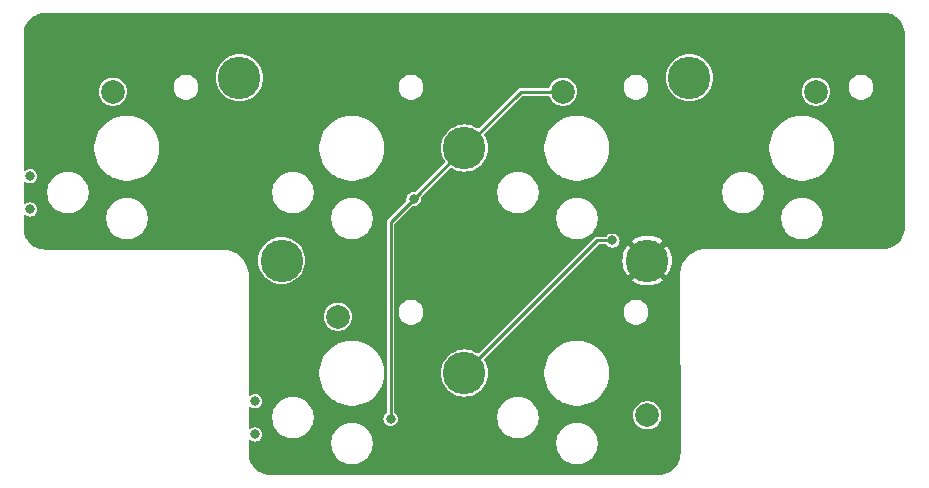
<source format=gtl>
G04 #@! TF.GenerationSoftware,KiCad,Pcbnew,8.0.5*
G04 #@! TF.CreationDate,2024-09-18T06:53:56+09:00*
G04 #@! TF.ProjectId,SandyLP_Top,53616e64-794c-4505-9f54-6f702e6b6963,v.0*
G04 #@! TF.SameCoordinates,Original*
G04 #@! TF.FileFunction,Copper,L1,Top*
G04 #@! TF.FilePolarity,Positive*
%FSLAX46Y46*%
G04 Gerber Fmt 4.6, Leading zero omitted, Abs format (unit mm)*
G04 Created by KiCad (PCBNEW 8.0.5) date 2024-09-18 06:53:56*
%MOMM*%
%LPD*%
G01*
G04 APERTURE LIST*
G04 #@! TA.AperFunction,ComponentPad*
%ADD10C,0.800000*%
G04 #@! TD*
G04 #@! TA.AperFunction,ComponentPad*
%ADD11C,3.600000*%
G04 #@! TD*
G04 #@! TA.AperFunction,ComponentPad*
%ADD12C,2.000000*%
G04 #@! TD*
G04 #@! TA.AperFunction,ViaPad*
%ADD13C,0.800000*%
G04 #@! TD*
G04 #@! TA.AperFunction,Conductor*
%ADD14C,0.250000*%
G04 #@! TD*
G04 APERTURE END LIST*
D10*
X140255310Y-67503405D03*
X140255310Y-70303405D03*
D11*
X142502185Y-55578405D03*
X177030310Y-40100280D03*
D10*
X121205310Y-48453405D03*
X121205310Y-51253405D03*
D11*
X157980310Y-65103405D03*
X157980310Y-46053405D03*
X138930310Y-40100280D03*
X173458435Y-55578405D03*
D12*
X128214685Y-41290905D03*
X187745935Y-41290905D03*
X166314685Y-41290905D03*
X173458435Y-68675280D03*
X147264685Y-60340905D03*
D13*
X138930326Y-46053413D03*
X156880310Y-48928405D03*
X157980342Y-72842498D03*
X194294435Y-53792482D03*
X157980342Y-55578421D03*
X140716265Y-66294055D03*
X121666249Y-53792482D03*
X157980342Y-35337779D03*
X138930326Y-35337779D03*
X138930326Y-53792482D03*
X121666249Y-35337779D03*
X177030358Y-46053413D03*
X175244419Y-72842498D03*
X160880310Y-63728405D03*
X194294435Y-35337779D03*
X177030358Y-35337779D03*
X140716265Y-72842498D03*
X121666249Y-47244039D03*
X177030358Y-53792482D03*
X153680310Y-50353405D03*
X151730315Y-68972150D03*
X170505310Y-53878405D03*
D14*
X157980310Y-46053405D02*
X153680310Y-50353405D01*
X151730315Y-68972150D02*
X151730315Y-54278405D01*
X153680310Y-50353405D02*
X151730315Y-52303400D01*
X162742810Y-41290905D02*
X166314685Y-41290905D01*
X157980310Y-46053405D02*
X162742810Y-41290905D01*
X151730315Y-52303400D02*
X151730315Y-54278405D01*
X169205310Y-53878405D02*
X170505310Y-53878405D01*
X157980310Y-65103405D02*
X169205310Y-53878405D01*
G04 #@! TA.AperFunction,Conductor*
G36*
X193446043Y-34597787D02*
G01*
X193677745Y-34612974D01*
X193690574Y-34614663D01*
X193915137Y-34659332D01*
X193927641Y-34662683D01*
X193952620Y-34671162D01*
X194144445Y-34736278D01*
X194156397Y-34741228D01*
X194329936Y-34826809D01*
X194361739Y-34842493D01*
X194372953Y-34848967D01*
X194563318Y-34976164D01*
X194573592Y-34984047D01*
X194745732Y-35135008D01*
X194754884Y-35144160D01*
X194905852Y-35316306D01*
X194913721Y-35326561D01*
X194917702Y-35332518D01*
X195040924Y-35516932D01*
X195047396Y-35528142D01*
X195148665Y-35733489D01*
X195153618Y-35745446D01*
X195227212Y-35962244D01*
X195230564Y-35974752D01*
X195275233Y-36199307D01*
X195276923Y-36212145D01*
X195292098Y-36443613D01*
X195292310Y-36450090D01*
X195292310Y-52729327D01*
X195292098Y-52735806D01*
X195276903Y-52967502D01*
X195275212Y-52980340D01*
X195230540Y-53204879D01*
X195227188Y-53217388D01*
X195153588Y-53434183D01*
X195148633Y-53446145D01*
X195047372Y-53651472D01*
X195040896Y-53662688D01*
X194913693Y-53853049D01*
X194905810Y-53863321D01*
X194754858Y-54035444D01*
X194745701Y-54044601D01*
X194573570Y-54195550D01*
X194563297Y-54203433D01*
X194372935Y-54330626D01*
X194361720Y-54337101D01*
X194156381Y-54438360D01*
X194144418Y-54443315D01*
X193927632Y-54516904D01*
X193915123Y-54520256D01*
X193690573Y-54564921D01*
X193677734Y-54566611D01*
X193474143Y-54579956D01*
X193444989Y-54581867D01*
X193438519Y-54582079D01*
X193398015Y-54582079D01*
X193397753Y-54582108D01*
X178446426Y-54592051D01*
X178446299Y-54592009D01*
X178275230Y-54592009D01*
X178275229Y-54592009D01*
X178275226Y-54592009D01*
X178275221Y-54592009D01*
X178275214Y-54592010D01*
X178016964Y-54623367D01*
X178016953Y-54623369D01*
X177897285Y-54652865D01*
X177764346Y-54685632D01*
X177547183Y-54767992D01*
X177521084Y-54777890D01*
X177290721Y-54898795D01*
X177076604Y-55046594D01*
X176881872Y-55219116D01*
X176709350Y-55413860D01*
X176709347Y-55413864D01*
X176561560Y-55627981D01*
X176440659Y-55858351D01*
X176417601Y-55919157D01*
X176348409Y-56101617D01*
X176348408Y-56101620D01*
X176348408Y-56101621D01*
X176286156Y-56354221D01*
X176286155Y-56354225D01*
X176254805Y-56612499D01*
X176254805Y-56612508D01*
X176254807Y-56703202D01*
X176254745Y-56703851D01*
X176254810Y-56742572D01*
X176254810Y-56742729D01*
X176254812Y-56787539D01*
X176254884Y-56788171D01*
X176279713Y-71870849D01*
X176279501Y-71877484D01*
X176264327Y-72109084D01*
X176262637Y-72121924D01*
X176217974Y-72346478D01*
X176214622Y-72358988D01*
X176141033Y-72575780D01*
X176136078Y-72587744D01*
X176034816Y-72793085D01*
X176028341Y-72804300D01*
X175901147Y-72994661D01*
X175893263Y-73004936D01*
X175742302Y-73177072D01*
X175733144Y-73186229D01*
X175561013Y-73337180D01*
X175550739Y-73345063D01*
X175360376Y-73472256D01*
X175349161Y-73478731D01*
X175143823Y-73579987D01*
X175131858Y-73584943D01*
X174915054Y-73658532D01*
X174902545Y-73661883D01*
X174677999Y-73706540D01*
X174665159Y-73708230D01*
X174432999Y-73723438D01*
X174426528Y-73723650D01*
X174385844Y-73723650D01*
X174385808Y-73723653D01*
X141558553Y-73725757D01*
X141552073Y-73725545D01*
X141320378Y-73710360D01*
X141307539Y-73708670D01*
X141082991Y-73664006D01*
X141070481Y-73660654D01*
X140853683Y-73587060D01*
X140841719Y-73582104D01*
X140837426Y-73579987D01*
X140636379Y-73480841D01*
X140625174Y-73474372D01*
X140434809Y-73347172D01*
X140424537Y-73339291D01*
X140252400Y-73188329D01*
X140243248Y-73179177D01*
X140092278Y-73007025D01*
X140084415Y-72996776D01*
X139957215Y-72806403D01*
X139950743Y-72795194D01*
X139949703Y-72793085D01*
X139849480Y-72589846D01*
X139844529Y-72577894D01*
X139770936Y-72361083D01*
X139767586Y-72348576D01*
X139740037Y-72210066D01*
X139722923Y-72124022D01*
X139721236Y-72111202D01*
X139706022Y-71879008D01*
X139705810Y-71872535D01*
X139705810Y-70938670D01*
X146704810Y-70938670D01*
X146704810Y-71168139D01*
X146734762Y-71395643D01*
X146794151Y-71617290D01*
X146881963Y-71829288D01*
X146984181Y-72006336D01*
X146996699Y-72028017D01*
X147136391Y-72210066D01*
X147298649Y-72372324D01*
X147480698Y-72512016D01*
X147679422Y-72626749D01*
X147679423Y-72626749D01*
X147679426Y-72626751D01*
X147775477Y-72666536D01*
X147891423Y-72714563D01*
X148113072Y-72773953D01*
X148340576Y-72803905D01*
X148340577Y-72803905D01*
X148570043Y-72803905D01*
X148570044Y-72803905D01*
X148797548Y-72773953D01*
X149019197Y-72714563D01*
X149231198Y-72626749D01*
X149429922Y-72512016D01*
X149611971Y-72372324D01*
X149774229Y-72210066D01*
X149913921Y-72028017D01*
X150028654Y-71829293D01*
X150116468Y-71617292D01*
X150175858Y-71395643D01*
X150205810Y-71168139D01*
X150205810Y-70938671D01*
X150205810Y-70938670D01*
X165754810Y-70938670D01*
X165754810Y-71168139D01*
X165784762Y-71395643D01*
X165844151Y-71617290D01*
X165931963Y-71829288D01*
X166034181Y-72006336D01*
X166046699Y-72028017D01*
X166186391Y-72210066D01*
X166348649Y-72372324D01*
X166530698Y-72512016D01*
X166729422Y-72626749D01*
X166729423Y-72626749D01*
X166729426Y-72626751D01*
X166825477Y-72666536D01*
X166941423Y-72714563D01*
X167163072Y-72773953D01*
X167390576Y-72803905D01*
X167390577Y-72803905D01*
X167620043Y-72803905D01*
X167620044Y-72803905D01*
X167847548Y-72773953D01*
X168069197Y-72714563D01*
X168281198Y-72626749D01*
X168479922Y-72512016D01*
X168661971Y-72372324D01*
X168824229Y-72210066D01*
X168963921Y-72028017D01*
X169078654Y-71829293D01*
X169166468Y-71617292D01*
X169225858Y-71395643D01*
X169255810Y-71168139D01*
X169255810Y-70938671D01*
X169225858Y-70711167D01*
X169166468Y-70489518D01*
X169078654Y-70277517D01*
X168963921Y-70078793D01*
X168824229Y-69896744D01*
X168661971Y-69734486D01*
X168479922Y-69594794D01*
X168479923Y-69594794D01*
X168479921Y-69594793D01*
X168281193Y-69480058D01*
X168069195Y-69392246D01*
X167847548Y-69332857D01*
X167620044Y-69302905D01*
X167390576Y-69302905D01*
X167390575Y-69302905D01*
X167163071Y-69332857D01*
X166941424Y-69392246D01*
X166729426Y-69480058D01*
X166530698Y-69594793D01*
X166348652Y-69734483D01*
X166186388Y-69896747D01*
X166046698Y-70078793D01*
X165931963Y-70277521D01*
X165844151Y-70489519D01*
X165784762Y-70711166D01*
X165754810Y-70938670D01*
X150205810Y-70938670D01*
X150175858Y-70711167D01*
X150116468Y-70489518D01*
X150028654Y-70277517D01*
X149913921Y-70078793D01*
X149774229Y-69896744D01*
X149611971Y-69734486D01*
X149429922Y-69594794D01*
X149429923Y-69594794D01*
X149429921Y-69594793D01*
X149231193Y-69480058D01*
X149019195Y-69392246D01*
X148797548Y-69332857D01*
X148570044Y-69302905D01*
X148340576Y-69302905D01*
X148340575Y-69302905D01*
X148113071Y-69332857D01*
X147891424Y-69392246D01*
X147679426Y-69480058D01*
X147480698Y-69594793D01*
X147298652Y-69734483D01*
X147136388Y-69896747D01*
X146996698Y-70078793D01*
X146881963Y-70277521D01*
X146794151Y-70489519D01*
X146734762Y-70711166D01*
X146704810Y-70938670D01*
X139705810Y-70938670D01*
X139705810Y-70839425D01*
X139724717Y-70781234D01*
X139774217Y-70745270D01*
X139835403Y-70745270D01*
X139865077Y-70760883D01*
X139952469Y-70827941D01*
X139952470Y-70827941D01*
X139952471Y-70827942D01*
X140098543Y-70888447D01*
X140098548Y-70888449D01*
X140216119Y-70903927D01*
X140255309Y-70909087D01*
X140255310Y-70909087D01*
X140255311Y-70909087D01*
X140286662Y-70904959D01*
X140412072Y-70888449D01*
X140558151Y-70827941D01*
X140683592Y-70731687D01*
X140779846Y-70606246D01*
X140840354Y-70460167D01*
X140860992Y-70303405D01*
X140840354Y-70146643D01*
X140779847Y-70000566D01*
X140779847Y-70000565D01*
X140683596Y-69875128D01*
X140683595Y-69875127D01*
X140683592Y-69875123D01*
X140683587Y-69875119D01*
X140683586Y-69875118D01*
X140558148Y-69778867D01*
X140412076Y-69718362D01*
X140412068Y-69718360D01*
X140255311Y-69697723D01*
X140255309Y-69697723D01*
X140098551Y-69718360D01*
X140098543Y-69718362D01*
X139952473Y-69778866D01*
X139865077Y-69845927D01*
X139807401Y-69866350D01*
X139748735Y-69848972D01*
X139711488Y-69800430D01*
X139705810Y-69767384D01*
X139705810Y-68738670D01*
X141704810Y-68738670D01*
X141704810Y-68968139D01*
X141734762Y-69195643D01*
X141794151Y-69417290D01*
X141881963Y-69629288D01*
X141980771Y-69800430D01*
X141996699Y-69828017D01*
X142136391Y-70010066D01*
X142298649Y-70172324D01*
X142480698Y-70312016D01*
X142679422Y-70426749D01*
X142679423Y-70426749D01*
X142679426Y-70426751D01*
X142775477Y-70466536D01*
X142891423Y-70514563D01*
X143113072Y-70573953D01*
X143340576Y-70603905D01*
X143340577Y-70603905D01*
X143570043Y-70603905D01*
X143570044Y-70603905D01*
X143797548Y-70573953D01*
X144019197Y-70514563D01*
X144231198Y-70426749D01*
X144429922Y-70312016D01*
X144611971Y-70172324D01*
X144774229Y-70010066D01*
X144913921Y-69828017D01*
X145028654Y-69629293D01*
X145116468Y-69417292D01*
X145175858Y-69195643D01*
X145205282Y-68972149D01*
X151124633Y-68972149D01*
X151124633Y-68972150D01*
X151145270Y-69128908D01*
X151145272Y-69128916D01*
X151205777Y-69274988D01*
X151205777Y-69274989D01*
X151295752Y-69392247D01*
X151302033Y-69400432D01*
X151427474Y-69496686D01*
X151573553Y-69557194D01*
X151691124Y-69572672D01*
X151730314Y-69577832D01*
X151730315Y-69577832D01*
X151730316Y-69577832D01*
X151761667Y-69573704D01*
X151887077Y-69557194D01*
X152033156Y-69496686D01*
X152158597Y-69400432D01*
X152254851Y-69274991D01*
X152315359Y-69128912D01*
X152335997Y-68972150D01*
X152315359Y-68815388D01*
X152283581Y-68738670D01*
X160754810Y-68738670D01*
X160754810Y-68968139D01*
X160784762Y-69195643D01*
X160844151Y-69417290D01*
X160931963Y-69629288D01*
X161030771Y-69800430D01*
X161046699Y-69828017D01*
X161186391Y-70010066D01*
X161348649Y-70172324D01*
X161530698Y-70312016D01*
X161729422Y-70426749D01*
X161729423Y-70426749D01*
X161729426Y-70426751D01*
X161825477Y-70466536D01*
X161941423Y-70514563D01*
X162163072Y-70573953D01*
X162390576Y-70603905D01*
X162390577Y-70603905D01*
X162620043Y-70603905D01*
X162620044Y-70603905D01*
X162847548Y-70573953D01*
X163069197Y-70514563D01*
X163281198Y-70426749D01*
X163479922Y-70312016D01*
X163661971Y-70172324D01*
X163824229Y-70010066D01*
X163963921Y-69828017D01*
X164078654Y-69629293D01*
X164166468Y-69417292D01*
X164225858Y-69195643D01*
X164255810Y-68968139D01*
X164255810Y-68738671D01*
X164247464Y-68675280D01*
X172252792Y-68675280D01*
X172273320Y-68896816D01*
X172334206Y-69110808D01*
X172433377Y-69309969D01*
X172567454Y-69487516D01*
X172731873Y-69637404D01*
X172921034Y-69754527D01*
X173128495Y-69834898D01*
X173347192Y-69875780D01*
X173569678Y-69875780D01*
X173788375Y-69834898D01*
X173995836Y-69754527D01*
X174184997Y-69637404D01*
X174349416Y-69487516D01*
X174483493Y-69309969D01*
X174582664Y-69110808D01*
X174643550Y-68896816D01*
X174664078Y-68675280D01*
X174643550Y-68453744D01*
X174582664Y-68239752D01*
X174483493Y-68040591D01*
X174349416Y-67863044D01*
X174184997Y-67713156D01*
X173995836Y-67596033D01*
X173788375Y-67515662D01*
X173788374Y-67515661D01*
X173788372Y-67515661D01*
X173569678Y-67474780D01*
X173347192Y-67474780D01*
X173128497Y-67515661D01*
X173079905Y-67534486D01*
X172921034Y-67596033D01*
X172758375Y-67696747D01*
X172731873Y-67713156D01*
X172567455Y-67863043D01*
X172433378Y-68040589D01*
X172433373Y-68040598D01*
X172334207Y-68239749D01*
X172334206Y-68239752D01*
X172273320Y-68453744D01*
X172252792Y-68675280D01*
X164247464Y-68675280D01*
X164225858Y-68511167D01*
X164166468Y-68289518D01*
X164091731Y-68109087D01*
X164078656Y-68077521D01*
X164057333Y-68040589D01*
X163963921Y-67878793D01*
X163824229Y-67696744D01*
X163661971Y-67534486D01*
X163479922Y-67394794D01*
X163479923Y-67394794D01*
X163479921Y-67394793D01*
X163281193Y-67280058D01*
X163069195Y-67192246D01*
X162847548Y-67132857D01*
X162620044Y-67102905D01*
X162390576Y-67102905D01*
X162390575Y-67102905D01*
X162163071Y-67132857D01*
X161941424Y-67192246D01*
X161729426Y-67280058D01*
X161530698Y-67394793D01*
X161348652Y-67534483D01*
X161186388Y-67696747D01*
X161046698Y-67878793D01*
X160931963Y-68077521D01*
X160844151Y-68289519D01*
X160784762Y-68511166D01*
X160754810Y-68738670D01*
X152283581Y-68738670D01*
X152254852Y-68669311D01*
X152254852Y-68669310D01*
X152158596Y-68543867D01*
X152094547Y-68494720D01*
X152059892Y-68444295D01*
X152055815Y-68416178D01*
X152055815Y-65103405D01*
X155974700Y-65103405D01*
X155995113Y-65388827D01*
X156055942Y-65668455D01*
X156155943Y-65936567D01*
X156155944Y-65936569D01*
X156293081Y-66187715D01*
X156293084Y-66187720D01*
X156464571Y-66416800D01*
X156666915Y-66619144D01*
X156895995Y-66790631D01*
X156895999Y-66790633D01*
X157092118Y-66897723D01*
X157147149Y-66927772D01*
X157415264Y-67027774D01*
X157694882Y-67088601D01*
X157980310Y-67109015D01*
X158265738Y-67088601D01*
X158545356Y-67027774D01*
X158813471Y-66927772D01*
X159064625Y-66790631D01*
X159293705Y-66619144D01*
X159496049Y-66416800D01*
X159667536Y-66187720D01*
X159804677Y-65936566D01*
X159904679Y-65668451D01*
X159965506Y-65388833D01*
X159985920Y-65103405D01*
X159974872Y-64948938D01*
X164754810Y-64948938D01*
X164754810Y-65257871D01*
X164789398Y-65564855D01*
X164858142Y-65866042D01*
X164960173Y-66157630D01*
X165094215Y-66435971D01*
X165209312Y-66619147D01*
X165258575Y-66697548D01*
X165451190Y-66939079D01*
X165669636Y-67157525D01*
X165911167Y-67350140D01*
X165982232Y-67394793D01*
X166155085Y-67503404D01*
X166172745Y-67514500D01*
X166451081Y-67648540D01*
X166742674Y-67750573D01*
X167043858Y-67819316D01*
X167350845Y-67853905D01*
X167350846Y-67853905D01*
X167659774Y-67853905D01*
X167659775Y-67853905D01*
X167966762Y-67819316D01*
X168267946Y-67750573D01*
X168559539Y-67648540D01*
X168837875Y-67514500D01*
X169099453Y-67350140D01*
X169340984Y-67157525D01*
X169559430Y-66939079D01*
X169752045Y-66697548D01*
X169916405Y-66435970D01*
X170050445Y-66157634D01*
X170152478Y-65866041D01*
X170221221Y-65564857D01*
X170255810Y-65257870D01*
X170255810Y-64948940D01*
X170221221Y-64641953D01*
X170152478Y-64340769D01*
X170050445Y-64049176D01*
X169916405Y-63770840D01*
X169752045Y-63509262D01*
X169559430Y-63267731D01*
X169340984Y-63049285D01*
X169099453Y-62856670D01*
X168837876Y-62692310D01*
X168559535Y-62558268D01*
X168267947Y-62456237D01*
X167966760Y-62387493D01*
X167659776Y-62352905D01*
X167659775Y-62352905D01*
X167350845Y-62352905D01*
X167350843Y-62352905D01*
X167043859Y-62387493D01*
X166742672Y-62456237D01*
X166451084Y-62558268D01*
X166172743Y-62692310D01*
X165911166Y-62856670D01*
X165669637Y-63049284D01*
X165451189Y-63267732D01*
X165258575Y-63509261D01*
X165094215Y-63770838D01*
X164960173Y-64049179D01*
X164858142Y-64340767D01*
X164789398Y-64641954D01*
X164754810Y-64948938D01*
X159974872Y-64948938D01*
X159965506Y-64817977D01*
X159904679Y-64538359D01*
X159804677Y-64270244D01*
X159667536Y-64019090D01*
X159667534Y-64019087D01*
X159657903Y-64006221D01*
X159638166Y-63948306D01*
X159656240Y-63889851D01*
X159667146Y-63876894D01*
X163694104Y-59849937D01*
X171454810Y-59849937D01*
X171454810Y-60056872D01*
X171495179Y-60259823D01*
X171574368Y-60451002D01*
X171574369Y-60451003D01*
X171689333Y-60623060D01*
X171835655Y-60769382D01*
X172007712Y-60884346D01*
X172198890Y-60963535D01*
X172401845Y-61003905D01*
X172401846Y-61003905D01*
X172608774Y-61003905D01*
X172608775Y-61003905D01*
X172811730Y-60963535D01*
X173002908Y-60884346D01*
X173174965Y-60769382D01*
X173321287Y-60623060D01*
X173436251Y-60451003D01*
X173515440Y-60259825D01*
X173555810Y-60056870D01*
X173555810Y-59849940D01*
X173515440Y-59646985D01*
X173436251Y-59455807D01*
X173321287Y-59283750D01*
X173174965Y-59137428D01*
X173002908Y-59022464D01*
X173002909Y-59022464D01*
X173002907Y-59022463D01*
X172811728Y-58943274D01*
X172608777Y-58902905D01*
X172608775Y-58902905D01*
X172401845Y-58902905D01*
X172401842Y-58902905D01*
X172198891Y-58943274D01*
X172007712Y-59022463D01*
X171835658Y-59137425D01*
X171689330Y-59283753D01*
X171574368Y-59455807D01*
X171495179Y-59646986D01*
X171454810Y-59849937D01*
X163694104Y-59849937D01*
X167965641Y-55578401D01*
X171353528Y-55578401D01*
X171353528Y-55578408D01*
X171373132Y-55865019D01*
X171373134Y-55865028D01*
X171431582Y-56146298D01*
X171527793Y-56417007D01*
X171659960Y-56672079D01*
X171805302Y-56877981D01*
X172522142Y-56161140D01*
X172619402Y-56295007D01*
X172741833Y-56417438D01*
X172875697Y-56514695D01*
X172160633Y-57229759D01*
X172244569Y-57298044D01*
X172244583Y-57298054D01*
X172490036Y-57447318D01*
X172490043Y-57447322D01*
X172753542Y-57561775D01*
X173030175Y-57639284D01*
X173030184Y-57639286D01*
X173314791Y-57678404D01*
X173314797Y-57678405D01*
X173602073Y-57678405D01*
X173602078Y-57678404D01*
X173886685Y-57639286D01*
X173886694Y-57639284D01*
X174163327Y-57561775D01*
X174426826Y-57447322D01*
X174426833Y-57447318D01*
X174672286Y-57298054D01*
X174672302Y-57298043D01*
X174756234Y-57229759D01*
X174041171Y-56514696D01*
X174175037Y-56417438D01*
X174297468Y-56295007D01*
X174394726Y-56161141D01*
X175111565Y-56877980D01*
X175256909Y-56672078D01*
X175389076Y-56417007D01*
X175485287Y-56146298D01*
X175543735Y-55865028D01*
X175543737Y-55865019D01*
X175563342Y-55578408D01*
X175563342Y-55578401D01*
X175543737Y-55291790D01*
X175543735Y-55291781D01*
X175485287Y-55010511D01*
X175389076Y-54739802D01*
X175256909Y-54484730D01*
X175111566Y-54278827D01*
X174394725Y-54995667D01*
X174297468Y-54861803D01*
X174175037Y-54739372D01*
X174041171Y-54642113D01*
X174756235Y-53927049D01*
X174672300Y-53858765D01*
X174672286Y-53858755D01*
X174426833Y-53709491D01*
X174426826Y-53709487D01*
X174163327Y-53595034D01*
X173886694Y-53517525D01*
X173886685Y-53517523D01*
X173602078Y-53478405D01*
X173314791Y-53478405D01*
X173030184Y-53517523D01*
X173030175Y-53517525D01*
X172753542Y-53595034D01*
X172490043Y-53709487D01*
X172490036Y-53709491D01*
X172244583Y-53858755D01*
X172244569Y-53858765D01*
X172160634Y-53927049D01*
X172875698Y-54642113D01*
X172741833Y-54739372D01*
X172619402Y-54861803D01*
X172522143Y-54995668D01*
X171805302Y-54278827D01*
X171659960Y-54484730D01*
X171527793Y-54739802D01*
X171431582Y-55010511D01*
X171373134Y-55291781D01*
X171373132Y-55291790D01*
X171353528Y-55578401D01*
X167965641Y-55578401D01*
X169311141Y-54232901D01*
X169365658Y-54205124D01*
X169381145Y-54203905D01*
X169949340Y-54203905D01*
X170007531Y-54222812D01*
X170027880Y-54242636D01*
X170077028Y-54306687D01*
X170202469Y-54402941D01*
X170202470Y-54402941D01*
X170202471Y-54402942D01*
X170287978Y-54438360D01*
X170348548Y-54463449D01*
X170462151Y-54478405D01*
X170505309Y-54484087D01*
X170505310Y-54484087D01*
X170505311Y-54484087D01*
X170548469Y-54478405D01*
X170662072Y-54463449D01*
X170808151Y-54402941D01*
X170933592Y-54306687D01*
X171029846Y-54181246D01*
X171090354Y-54035167D01*
X171110992Y-53878405D01*
X171090354Y-53721643D01*
X171090352Y-53721638D01*
X171029847Y-53575566D01*
X171029847Y-53575565D01*
X170933596Y-53450128D01*
X170933595Y-53450127D01*
X170933592Y-53450123D01*
X170933587Y-53450119D01*
X170933586Y-53450118D01*
X170862414Y-53395506D01*
X170808151Y-53353869D01*
X170808150Y-53353868D01*
X170808148Y-53353867D01*
X170662076Y-53293362D01*
X170662068Y-53293360D01*
X170505311Y-53272723D01*
X170505309Y-53272723D01*
X170348551Y-53293360D01*
X170348543Y-53293362D01*
X170202471Y-53353867D01*
X170202470Y-53353867D01*
X170077033Y-53450118D01*
X170077024Y-53450127D01*
X170027882Y-53514172D01*
X169977458Y-53548828D01*
X169949340Y-53552905D01*
X169248163Y-53552905D01*
X169162457Y-53552905D01*
X169111788Y-53566481D01*
X169079666Y-53575088D01*
X169005452Y-53617936D01*
X169005451Y-53617937D01*
X159206825Y-63416561D01*
X159152308Y-63444338D01*
X159091876Y-63434767D01*
X159077494Y-63425811D01*
X159064632Y-63416183D01*
X159064625Y-63416179D01*
X158813474Y-63279039D01*
X158813472Y-63279038D01*
X158545360Y-63179037D01*
X158545356Y-63179036D01*
X158265738Y-63118209D01*
X158265735Y-63118208D01*
X158265732Y-63118208D01*
X157980310Y-63097795D01*
X157694887Y-63118208D01*
X157415259Y-63179037D01*
X157147147Y-63279038D01*
X157147145Y-63279039D01*
X156895999Y-63416176D01*
X156666919Y-63587662D01*
X156464567Y-63790014D01*
X156293081Y-64019094D01*
X156155944Y-64270240D01*
X156155943Y-64270242D01*
X156055942Y-64538354D01*
X155995113Y-64817982D01*
X155974700Y-65103405D01*
X152055815Y-65103405D01*
X152055815Y-59849937D01*
X152404810Y-59849937D01*
X152404810Y-60056872D01*
X152445179Y-60259823D01*
X152524368Y-60451002D01*
X152524369Y-60451003D01*
X152639333Y-60623060D01*
X152785655Y-60769382D01*
X152957712Y-60884346D01*
X153148890Y-60963535D01*
X153351845Y-61003905D01*
X153351846Y-61003905D01*
X153558774Y-61003905D01*
X153558775Y-61003905D01*
X153761730Y-60963535D01*
X153952908Y-60884346D01*
X154124965Y-60769382D01*
X154271287Y-60623060D01*
X154386251Y-60451003D01*
X154465440Y-60259825D01*
X154505810Y-60056870D01*
X154505810Y-59849940D01*
X154465440Y-59646985D01*
X154386251Y-59455807D01*
X154271287Y-59283750D01*
X154124965Y-59137428D01*
X153952908Y-59022464D01*
X153952909Y-59022464D01*
X153952907Y-59022463D01*
X153761728Y-58943274D01*
X153558777Y-58902905D01*
X153558775Y-58902905D01*
X153351845Y-58902905D01*
X153351842Y-58902905D01*
X153148891Y-58943274D01*
X152957712Y-59022463D01*
X152785658Y-59137425D01*
X152639330Y-59283753D01*
X152524368Y-59455807D01*
X152445179Y-59646986D01*
X152404810Y-59849937D01*
X152055815Y-59849937D01*
X152055815Y-52479234D01*
X152074722Y-52421043D01*
X152084805Y-52409236D01*
X152605371Y-51888670D01*
X165754810Y-51888670D01*
X165754810Y-52118139D01*
X165784762Y-52345643D01*
X165844151Y-52567290D01*
X165931963Y-52779288D01*
X166046698Y-52978016D01*
X166102807Y-53051138D01*
X166186391Y-53160066D01*
X166348649Y-53322324D01*
X166530698Y-53462016D01*
X166729422Y-53576749D01*
X166729423Y-53576749D01*
X166729426Y-53576751D01*
X166825477Y-53616536D01*
X166941423Y-53664563D01*
X167163072Y-53723953D01*
X167390576Y-53753905D01*
X167390577Y-53753905D01*
X167620043Y-53753905D01*
X167620044Y-53753905D01*
X167847548Y-53723953D01*
X168069197Y-53664563D01*
X168281198Y-53576749D01*
X168479922Y-53462016D01*
X168661971Y-53322324D01*
X168824229Y-53160066D01*
X168963921Y-52978017D01*
X169078654Y-52779293D01*
X169166468Y-52567292D01*
X169225858Y-52345643D01*
X169255810Y-52118139D01*
X169255810Y-51888671D01*
X169255810Y-51888670D01*
X184804810Y-51888670D01*
X184804810Y-52118139D01*
X184834762Y-52345643D01*
X184894151Y-52567290D01*
X184981963Y-52779288D01*
X185096698Y-52978016D01*
X185152807Y-53051138D01*
X185236391Y-53160066D01*
X185398649Y-53322324D01*
X185580698Y-53462016D01*
X185779422Y-53576749D01*
X185779423Y-53576749D01*
X185779426Y-53576751D01*
X185875477Y-53616536D01*
X185991423Y-53664563D01*
X186213072Y-53723953D01*
X186440576Y-53753905D01*
X186440577Y-53753905D01*
X186670043Y-53753905D01*
X186670044Y-53753905D01*
X186897548Y-53723953D01*
X187119197Y-53664563D01*
X187331198Y-53576749D01*
X187529922Y-53462016D01*
X187711971Y-53322324D01*
X187874229Y-53160066D01*
X188013921Y-52978017D01*
X188128654Y-52779293D01*
X188216468Y-52567292D01*
X188275858Y-52345643D01*
X188305810Y-52118139D01*
X188305810Y-51888671D01*
X188275858Y-51661167D01*
X188216468Y-51439518D01*
X188128654Y-51227517D01*
X188013921Y-51028793D01*
X187874229Y-50846744D01*
X187711971Y-50684486D01*
X187529922Y-50544794D01*
X187529923Y-50544794D01*
X187529921Y-50544793D01*
X187331193Y-50430058D01*
X187119195Y-50342246D01*
X186897548Y-50282857D01*
X186670044Y-50252905D01*
X186440576Y-50252905D01*
X186440575Y-50252905D01*
X186213071Y-50282857D01*
X185991424Y-50342246D01*
X185779426Y-50430058D01*
X185580698Y-50544793D01*
X185398652Y-50684483D01*
X185236388Y-50846747D01*
X185096698Y-51028793D01*
X184981963Y-51227521D01*
X184894151Y-51439519D01*
X184834762Y-51661166D01*
X184804810Y-51888670D01*
X169255810Y-51888670D01*
X169225858Y-51661167D01*
X169166468Y-51439518D01*
X169078654Y-51227517D01*
X168963921Y-51028793D01*
X168824229Y-50846744D01*
X168661971Y-50684486D01*
X168479922Y-50544794D01*
X168479923Y-50544794D01*
X168479921Y-50544793D01*
X168281193Y-50430058D01*
X168069195Y-50342246D01*
X167847548Y-50282857D01*
X167620044Y-50252905D01*
X167390576Y-50252905D01*
X167390575Y-50252905D01*
X167163071Y-50282857D01*
X166941424Y-50342246D01*
X166729426Y-50430058D01*
X166530698Y-50544793D01*
X166348652Y-50684483D01*
X166186388Y-50846747D01*
X166046698Y-51028793D01*
X165931963Y-51227521D01*
X165844151Y-51439519D01*
X165784762Y-51661166D01*
X165754810Y-51888670D01*
X152605371Y-51888670D01*
X153517345Y-50976695D01*
X153571860Y-50948920D01*
X153600263Y-50948548D01*
X153680310Y-50959087D01*
X153837072Y-50938449D01*
X153983151Y-50877941D01*
X154108592Y-50781687D01*
X154204846Y-50656246D01*
X154265354Y-50510167D01*
X154285992Y-50353405D01*
X154275453Y-50273362D01*
X154286602Y-50213205D01*
X154303599Y-50190441D01*
X154805370Y-49688670D01*
X160754810Y-49688670D01*
X160754810Y-49918139D01*
X160784762Y-50145643D01*
X160844151Y-50367290D01*
X160931963Y-50579288D01*
X161046698Y-50778016D01*
X161049515Y-50781687D01*
X161186391Y-50960066D01*
X161348649Y-51122324D01*
X161530698Y-51262016D01*
X161729422Y-51376749D01*
X161729423Y-51376749D01*
X161729426Y-51376751D01*
X161825477Y-51416536D01*
X161941423Y-51464563D01*
X162163072Y-51523953D01*
X162390576Y-51553905D01*
X162390577Y-51553905D01*
X162620043Y-51553905D01*
X162620044Y-51553905D01*
X162847548Y-51523953D01*
X163069197Y-51464563D01*
X163281198Y-51376749D01*
X163479922Y-51262016D01*
X163661971Y-51122324D01*
X163824229Y-50960066D01*
X163963921Y-50778017D01*
X164078654Y-50579293D01*
X164166468Y-50367292D01*
X164225858Y-50145643D01*
X164255810Y-49918139D01*
X164255810Y-49688671D01*
X164255810Y-49688670D01*
X179804810Y-49688670D01*
X179804810Y-49918139D01*
X179834762Y-50145643D01*
X179894151Y-50367290D01*
X179981963Y-50579288D01*
X180096698Y-50778016D01*
X180099515Y-50781687D01*
X180236391Y-50960066D01*
X180398649Y-51122324D01*
X180580698Y-51262016D01*
X180779422Y-51376749D01*
X180779423Y-51376749D01*
X180779426Y-51376751D01*
X180875477Y-51416536D01*
X180991423Y-51464563D01*
X181213072Y-51523953D01*
X181440576Y-51553905D01*
X181440577Y-51553905D01*
X181670043Y-51553905D01*
X181670044Y-51553905D01*
X181897548Y-51523953D01*
X182119197Y-51464563D01*
X182331198Y-51376749D01*
X182529922Y-51262016D01*
X182711971Y-51122324D01*
X182874229Y-50960066D01*
X183013921Y-50778017D01*
X183128654Y-50579293D01*
X183216468Y-50367292D01*
X183275858Y-50145643D01*
X183305810Y-49918139D01*
X183305810Y-49688671D01*
X183275858Y-49461167D01*
X183216468Y-49239518D01*
X183141731Y-49059087D01*
X183128656Y-49027521D01*
X183106661Y-48989425D01*
X183013921Y-48828793D01*
X182874229Y-48646744D01*
X182711971Y-48484486D01*
X182529922Y-48344794D01*
X182529923Y-48344794D01*
X182529921Y-48344793D01*
X182331193Y-48230058D01*
X182119195Y-48142246D01*
X181897548Y-48082857D01*
X181670044Y-48052905D01*
X181440576Y-48052905D01*
X181440575Y-48052905D01*
X181213071Y-48082857D01*
X180991424Y-48142246D01*
X180779426Y-48230058D01*
X180580698Y-48344793D01*
X180398652Y-48484483D01*
X180236388Y-48646747D01*
X180096698Y-48828793D01*
X179981963Y-49027521D01*
X179894151Y-49239519D01*
X179834762Y-49461166D01*
X179804810Y-49688670D01*
X164255810Y-49688670D01*
X164225858Y-49461167D01*
X164166468Y-49239518D01*
X164091731Y-49059087D01*
X164078656Y-49027521D01*
X164056661Y-48989425D01*
X163963921Y-48828793D01*
X163824229Y-48646744D01*
X163661971Y-48484486D01*
X163479922Y-48344794D01*
X163479923Y-48344794D01*
X163479921Y-48344793D01*
X163281193Y-48230058D01*
X163069195Y-48142246D01*
X162847548Y-48082857D01*
X162620044Y-48052905D01*
X162390576Y-48052905D01*
X162390575Y-48052905D01*
X162163071Y-48082857D01*
X161941424Y-48142246D01*
X161729426Y-48230058D01*
X161530698Y-48344793D01*
X161348652Y-48484483D01*
X161186388Y-48646747D01*
X161046698Y-48828793D01*
X160931963Y-49027521D01*
X160844151Y-49239519D01*
X160784762Y-49461166D01*
X160754810Y-49688670D01*
X154805370Y-49688670D01*
X156753795Y-47740245D01*
X156808310Y-47712470D01*
X156868742Y-47722041D01*
X156883126Y-47730998D01*
X156895482Y-47740247D01*
X156895995Y-47740631D01*
X157147149Y-47877772D01*
X157415264Y-47977774D01*
X157694882Y-48038601D01*
X157980310Y-48059015D01*
X158265738Y-48038601D01*
X158545356Y-47977774D01*
X158813471Y-47877772D01*
X159064625Y-47740631D01*
X159293705Y-47569144D01*
X159496049Y-47366800D01*
X159667536Y-47137720D01*
X159804677Y-46886566D01*
X159904679Y-46618451D01*
X159965506Y-46338833D01*
X159985920Y-46053405D01*
X159974872Y-45898938D01*
X164754810Y-45898938D01*
X164754810Y-46207871D01*
X164789398Y-46514855D01*
X164858142Y-46816042D01*
X164960173Y-47107630D01*
X165094215Y-47385971D01*
X165209312Y-47569147D01*
X165258575Y-47647548D01*
X165451190Y-47889079D01*
X165669636Y-48107525D01*
X165911167Y-48300140D01*
X165982232Y-48344793D01*
X166155085Y-48453404D01*
X166172745Y-48464500D01*
X166451081Y-48598540D01*
X166742674Y-48700573D01*
X167043858Y-48769316D01*
X167350845Y-48803905D01*
X167350846Y-48803905D01*
X167659774Y-48803905D01*
X167659775Y-48803905D01*
X167966762Y-48769316D01*
X168267946Y-48700573D01*
X168559539Y-48598540D01*
X168837875Y-48464500D01*
X169099453Y-48300140D01*
X169340984Y-48107525D01*
X169559430Y-47889079D01*
X169752045Y-47647548D01*
X169916405Y-47385970D01*
X170050445Y-47107634D01*
X170152478Y-46816041D01*
X170221221Y-46514857D01*
X170255810Y-46207870D01*
X170255810Y-45898940D01*
X170255810Y-45898938D01*
X183804810Y-45898938D01*
X183804810Y-46207871D01*
X183839398Y-46514855D01*
X183908142Y-46816042D01*
X184010173Y-47107630D01*
X184144215Y-47385971D01*
X184259312Y-47569147D01*
X184308575Y-47647548D01*
X184501190Y-47889079D01*
X184719636Y-48107525D01*
X184961167Y-48300140D01*
X185032232Y-48344793D01*
X185205085Y-48453404D01*
X185222745Y-48464500D01*
X185501081Y-48598540D01*
X185792674Y-48700573D01*
X186093858Y-48769316D01*
X186400845Y-48803905D01*
X186400846Y-48803905D01*
X186709774Y-48803905D01*
X186709775Y-48803905D01*
X187016762Y-48769316D01*
X187317946Y-48700573D01*
X187609539Y-48598540D01*
X187887875Y-48464500D01*
X188149453Y-48300140D01*
X188390984Y-48107525D01*
X188609430Y-47889079D01*
X188802045Y-47647548D01*
X188966405Y-47385970D01*
X189100445Y-47107634D01*
X189202478Y-46816041D01*
X189271221Y-46514857D01*
X189305810Y-46207870D01*
X189305810Y-45898940D01*
X189271221Y-45591953D01*
X189202478Y-45290769D01*
X189100445Y-44999176D01*
X188966405Y-44720840D01*
X188802045Y-44459262D01*
X188609430Y-44217731D01*
X188390984Y-43999285D01*
X188149453Y-43806670D01*
X187887876Y-43642310D01*
X187609535Y-43508268D01*
X187317947Y-43406237D01*
X187016760Y-43337493D01*
X186709776Y-43302905D01*
X186709775Y-43302905D01*
X186400845Y-43302905D01*
X186400843Y-43302905D01*
X186093859Y-43337493D01*
X185792672Y-43406237D01*
X185501084Y-43508268D01*
X185222743Y-43642310D01*
X184961166Y-43806670D01*
X184719637Y-43999284D01*
X184501189Y-44217732D01*
X184308575Y-44459261D01*
X184144215Y-44720838D01*
X184010173Y-44999179D01*
X183908142Y-45290767D01*
X183839398Y-45591954D01*
X183804810Y-45898938D01*
X170255810Y-45898938D01*
X170221221Y-45591953D01*
X170152478Y-45290769D01*
X170050445Y-44999176D01*
X169916405Y-44720840D01*
X169752045Y-44459262D01*
X169559430Y-44217731D01*
X169340984Y-43999285D01*
X169099453Y-43806670D01*
X168837876Y-43642310D01*
X168559535Y-43508268D01*
X168267947Y-43406237D01*
X167966760Y-43337493D01*
X167659776Y-43302905D01*
X167659775Y-43302905D01*
X167350845Y-43302905D01*
X167350843Y-43302905D01*
X167043859Y-43337493D01*
X166742672Y-43406237D01*
X166451084Y-43508268D01*
X166172743Y-43642310D01*
X165911166Y-43806670D01*
X165669637Y-43999284D01*
X165451189Y-44217732D01*
X165258575Y-44459261D01*
X165094215Y-44720838D01*
X164960173Y-44999179D01*
X164858142Y-45290767D01*
X164789398Y-45591954D01*
X164754810Y-45898938D01*
X159974872Y-45898938D01*
X159965506Y-45767977D01*
X159904679Y-45488359D01*
X159804677Y-45220244D01*
X159667536Y-44969090D01*
X159667534Y-44969087D01*
X159657903Y-44956221D01*
X159638166Y-44898306D01*
X159656240Y-44839851D01*
X159667146Y-44826894D01*
X162848641Y-41645401D01*
X162903158Y-41617624D01*
X162918645Y-41616405D01*
X165084389Y-41616405D01*
X165142580Y-41635312D01*
X165178544Y-41684812D01*
X165179602Y-41688288D01*
X165190456Y-41726433D01*
X165289627Y-41925594D01*
X165423704Y-42103141D01*
X165588123Y-42253029D01*
X165777284Y-42370152D01*
X165984745Y-42450523D01*
X166203442Y-42491405D01*
X166425928Y-42491405D01*
X166644625Y-42450523D01*
X166852086Y-42370152D01*
X167041247Y-42253029D01*
X167205666Y-42103141D01*
X167339743Y-41925594D01*
X167438914Y-41726433D01*
X167499800Y-41512441D01*
X167520328Y-41290905D01*
X167499800Y-41069369D01*
X167438914Y-40855377D01*
X167411308Y-40799937D01*
X171454810Y-40799937D01*
X171454810Y-41006872D01*
X171495179Y-41209823D01*
X171574368Y-41401002D01*
X171582836Y-41413675D01*
X171689333Y-41573060D01*
X171835655Y-41719382D01*
X172007712Y-41834346D01*
X172198890Y-41913535D01*
X172401845Y-41953905D01*
X172401846Y-41953905D01*
X172608774Y-41953905D01*
X172608775Y-41953905D01*
X172811730Y-41913535D01*
X173002908Y-41834346D01*
X173174965Y-41719382D01*
X173321287Y-41573060D01*
X173436251Y-41401003D01*
X173515440Y-41209825D01*
X173555810Y-41006870D01*
X173555810Y-40799940D01*
X173515440Y-40596985D01*
X173436251Y-40405807D01*
X173321287Y-40233750D01*
X173187817Y-40100280D01*
X175024700Y-40100280D01*
X175045113Y-40385702D01*
X175045113Y-40385705D01*
X175045114Y-40385708D01*
X175091075Y-40596986D01*
X175105942Y-40665330D01*
X175205943Y-40933442D01*
X175205944Y-40933444D01*
X175343081Y-41184590D01*
X175343084Y-41184595D01*
X175514571Y-41413675D01*
X175716915Y-41616019D01*
X175945995Y-41787506D01*
X176197149Y-41924647D01*
X176465264Y-42024649D01*
X176744882Y-42085476D01*
X177030310Y-42105890D01*
X177315738Y-42085476D01*
X177595356Y-42024649D01*
X177863471Y-41924647D01*
X178114625Y-41787506D01*
X178343705Y-41616019D01*
X178546049Y-41413675D01*
X178637953Y-41290905D01*
X186540292Y-41290905D01*
X186560820Y-41512441D01*
X186621706Y-41726433D01*
X186720877Y-41925594D01*
X186854954Y-42103141D01*
X187019373Y-42253029D01*
X187208534Y-42370152D01*
X187415995Y-42450523D01*
X187634692Y-42491405D01*
X187857178Y-42491405D01*
X188075875Y-42450523D01*
X188283336Y-42370152D01*
X188472497Y-42253029D01*
X188636916Y-42103141D01*
X188770993Y-41925594D01*
X188870164Y-41726433D01*
X188931050Y-41512441D01*
X188951578Y-41290905D01*
X188931050Y-41069369D01*
X188870164Y-40855377D01*
X188842558Y-40799937D01*
X190504810Y-40799937D01*
X190504810Y-41006872D01*
X190545179Y-41209823D01*
X190624368Y-41401002D01*
X190632836Y-41413675D01*
X190739333Y-41573060D01*
X190885655Y-41719382D01*
X191057712Y-41834346D01*
X191248890Y-41913535D01*
X191451845Y-41953905D01*
X191451846Y-41953905D01*
X191658774Y-41953905D01*
X191658775Y-41953905D01*
X191861730Y-41913535D01*
X192052908Y-41834346D01*
X192224965Y-41719382D01*
X192371287Y-41573060D01*
X192486251Y-41401003D01*
X192565440Y-41209825D01*
X192605810Y-41006870D01*
X192605810Y-40799940D01*
X192565440Y-40596985D01*
X192486251Y-40405807D01*
X192371287Y-40233750D01*
X192224965Y-40087428D01*
X192052908Y-39972464D01*
X192052909Y-39972464D01*
X192052907Y-39972463D01*
X191861728Y-39893274D01*
X191658777Y-39852905D01*
X191658775Y-39852905D01*
X191451845Y-39852905D01*
X191451842Y-39852905D01*
X191248891Y-39893274D01*
X191057712Y-39972463D01*
X190885658Y-40087425D01*
X190739330Y-40233753D01*
X190624368Y-40405807D01*
X190545179Y-40596986D01*
X190504810Y-40799937D01*
X188842558Y-40799937D01*
X188770993Y-40656216D01*
X188636916Y-40478669D01*
X188472497Y-40328781D01*
X188283336Y-40211658D01*
X188075875Y-40131287D01*
X188075874Y-40131286D01*
X188075872Y-40131286D01*
X187857178Y-40090405D01*
X187634692Y-40090405D01*
X187415997Y-40131286D01*
X187339732Y-40160831D01*
X187208534Y-40211658D01*
X187019373Y-40328781D01*
X186854955Y-40478668D01*
X186720878Y-40656214D01*
X186720873Y-40656223D01*
X186649310Y-40799941D01*
X186621706Y-40855377D01*
X186560820Y-41069369D01*
X186540292Y-41290905D01*
X178637953Y-41290905D01*
X178717536Y-41184595D01*
X178854677Y-40933441D01*
X178954679Y-40665326D01*
X179015506Y-40385708D01*
X179035920Y-40100280D01*
X179015506Y-39814852D01*
X178954679Y-39535234D01*
X178854677Y-39267119D01*
X178717536Y-39015965D01*
X178546049Y-38786885D01*
X178343705Y-38584541D01*
X178114625Y-38413054D01*
X178114620Y-38413051D01*
X177863474Y-38275914D01*
X177863472Y-38275913D01*
X177595360Y-38175912D01*
X177595356Y-38175911D01*
X177315738Y-38115084D01*
X177315735Y-38115083D01*
X177315732Y-38115083D01*
X177030310Y-38094670D01*
X176744887Y-38115083D01*
X176465259Y-38175912D01*
X176197147Y-38275913D01*
X176197145Y-38275914D01*
X175945999Y-38413051D01*
X175716919Y-38584537D01*
X175514567Y-38786889D01*
X175343081Y-39015969D01*
X175205944Y-39267115D01*
X175205943Y-39267117D01*
X175105942Y-39535229D01*
X175045113Y-39814857D01*
X175024700Y-40100280D01*
X173187817Y-40100280D01*
X173174965Y-40087428D01*
X173002908Y-39972464D01*
X173002909Y-39972464D01*
X173002907Y-39972463D01*
X172811728Y-39893274D01*
X172608777Y-39852905D01*
X172608775Y-39852905D01*
X172401845Y-39852905D01*
X172401842Y-39852905D01*
X172198891Y-39893274D01*
X172007712Y-39972463D01*
X171835658Y-40087425D01*
X171689330Y-40233753D01*
X171574368Y-40405807D01*
X171495179Y-40596986D01*
X171454810Y-40799937D01*
X167411308Y-40799937D01*
X167339743Y-40656216D01*
X167205666Y-40478669D01*
X167041247Y-40328781D01*
X166852086Y-40211658D01*
X166644625Y-40131287D01*
X166644624Y-40131286D01*
X166644622Y-40131286D01*
X166425928Y-40090405D01*
X166203442Y-40090405D01*
X165984747Y-40131286D01*
X165908482Y-40160831D01*
X165777284Y-40211658D01*
X165588123Y-40328781D01*
X165423705Y-40478668D01*
X165289628Y-40656214D01*
X165289623Y-40656223D01*
X165190457Y-40855374D01*
X165179610Y-40893498D01*
X165145499Y-40944293D01*
X165088047Y-40965337D01*
X165084389Y-40965405D01*
X162785663Y-40965405D01*
X162699957Y-40965405D01*
X162649288Y-40978981D01*
X162617166Y-40987588D01*
X162542952Y-41030436D01*
X162542951Y-41030437D01*
X159206825Y-44366561D01*
X159152308Y-44394338D01*
X159091876Y-44384767D01*
X159077494Y-44375811D01*
X159064632Y-44366183D01*
X159064625Y-44366179D01*
X158813474Y-44229039D01*
X158813472Y-44229038D01*
X158545360Y-44129037D01*
X158545356Y-44129036D01*
X158265738Y-44068209D01*
X158265735Y-44068208D01*
X158265732Y-44068208D01*
X157980310Y-44047795D01*
X157694887Y-44068208D01*
X157415259Y-44129037D01*
X157147147Y-44229038D01*
X157147145Y-44229039D01*
X156895999Y-44366176D01*
X156666919Y-44537662D01*
X156464567Y-44740014D01*
X156293081Y-44969094D01*
X156155944Y-45220240D01*
X156155943Y-45220242D01*
X156055942Y-45488354D01*
X155995113Y-45767982D01*
X155974700Y-46053405D01*
X155995113Y-46338827D01*
X156055942Y-46618455D01*
X156155943Y-46886567D01*
X156155944Y-46886569D01*
X156293084Y-47137720D01*
X156293088Y-47137727D01*
X156302716Y-47150589D01*
X156322452Y-47208504D01*
X156304377Y-47266958D01*
X156293466Y-47279920D01*
X153843275Y-49730111D01*
X153788758Y-49757888D01*
X153760349Y-49758260D01*
X153680311Y-49747723D01*
X153680309Y-49747723D01*
X153523551Y-49768360D01*
X153523543Y-49768362D01*
X153377471Y-49828867D01*
X153377470Y-49828867D01*
X153252033Y-49925118D01*
X153252023Y-49925128D01*
X153155772Y-50050565D01*
X153155772Y-50050566D01*
X153095267Y-50196638D01*
X153095265Y-50196646D01*
X153074628Y-50353404D01*
X153074628Y-50353405D01*
X153085165Y-50433444D01*
X153074015Y-50493605D01*
X153057016Y-50516370D01*
X151469847Y-52103541D01*
X151469846Y-52103542D01*
X151426997Y-52177760D01*
X151426996Y-52177760D01*
X151426997Y-52177761D01*
X151404815Y-52260547D01*
X151404815Y-68416178D01*
X151385908Y-68474369D01*
X151366083Y-68494720D01*
X151302033Y-68543867D01*
X151205777Y-68669310D01*
X151205777Y-68669311D01*
X151145272Y-68815383D01*
X151145270Y-68815391D01*
X151124633Y-68972149D01*
X145205282Y-68972149D01*
X145205810Y-68968139D01*
X145205810Y-68738671D01*
X145175858Y-68511167D01*
X145116468Y-68289518D01*
X145041731Y-68109087D01*
X145028656Y-68077521D01*
X145007333Y-68040589D01*
X144913921Y-67878793D01*
X144774229Y-67696744D01*
X144611971Y-67534486D01*
X144429922Y-67394794D01*
X144429923Y-67394794D01*
X144429921Y-67394793D01*
X144231193Y-67280058D01*
X144019195Y-67192246D01*
X143797548Y-67132857D01*
X143570044Y-67102905D01*
X143340576Y-67102905D01*
X143340575Y-67102905D01*
X143113071Y-67132857D01*
X142891424Y-67192246D01*
X142679426Y-67280058D01*
X142480698Y-67394793D01*
X142298652Y-67534483D01*
X142136388Y-67696747D01*
X141996698Y-67878793D01*
X141881963Y-68077521D01*
X141794151Y-68289519D01*
X141734762Y-68511166D01*
X141704810Y-68738670D01*
X139705810Y-68738670D01*
X139705810Y-68039425D01*
X139724717Y-67981234D01*
X139774217Y-67945270D01*
X139835403Y-67945270D01*
X139865077Y-67960883D01*
X139952469Y-68027941D01*
X139952470Y-68027941D01*
X139952471Y-68027942D01*
X140098543Y-68088447D01*
X140098548Y-68088449D01*
X140216119Y-68103927D01*
X140255309Y-68109087D01*
X140255310Y-68109087D01*
X140255311Y-68109087D01*
X140286662Y-68104959D01*
X140412072Y-68088449D01*
X140558151Y-68027941D01*
X140683592Y-67931687D01*
X140779846Y-67806246D01*
X140840354Y-67660167D01*
X140860992Y-67503405D01*
X140857223Y-67474780D01*
X140840354Y-67346646D01*
X140840354Y-67346643D01*
X140779847Y-67200566D01*
X140779847Y-67200565D01*
X140683596Y-67075128D01*
X140683595Y-67075127D01*
X140683592Y-67075123D01*
X140683587Y-67075119D01*
X140683586Y-67075118D01*
X140558148Y-66978867D01*
X140412076Y-66918362D01*
X140412068Y-66918360D01*
X140255311Y-66897723D01*
X140255309Y-66897723D01*
X140098551Y-66918360D01*
X140098543Y-66918362D01*
X139952473Y-66978866D01*
X139865077Y-67045927D01*
X139807401Y-67066350D01*
X139748735Y-67048972D01*
X139711488Y-67000430D01*
X139705810Y-66967384D01*
X139705810Y-64948938D01*
X145704810Y-64948938D01*
X145704810Y-65257871D01*
X145739398Y-65564855D01*
X145808142Y-65866042D01*
X145910173Y-66157630D01*
X146044215Y-66435971D01*
X146159312Y-66619147D01*
X146208575Y-66697548D01*
X146401190Y-66939079D01*
X146619636Y-67157525D01*
X146861167Y-67350140D01*
X146932232Y-67394793D01*
X147105085Y-67503404D01*
X147122745Y-67514500D01*
X147401081Y-67648540D01*
X147692674Y-67750573D01*
X147993858Y-67819316D01*
X148300845Y-67853905D01*
X148300846Y-67853905D01*
X148609774Y-67853905D01*
X148609775Y-67853905D01*
X148916762Y-67819316D01*
X149217946Y-67750573D01*
X149509539Y-67648540D01*
X149787875Y-67514500D01*
X150049453Y-67350140D01*
X150290984Y-67157525D01*
X150509430Y-66939079D01*
X150702045Y-66697548D01*
X150866405Y-66435970D01*
X151000445Y-66157634D01*
X151102478Y-65866041D01*
X151171221Y-65564857D01*
X151205810Y-65257870D01*
X151205810Y-64948940D01*
X151171221Y-64641953D01*
X151102478Y-64340769D01*
X151000445Y-64049176D01*
X150866405Y-63770840D01*
X150702045Y-63509262D01*
X150509430Y-63267731D01*
X150290984Y-63049285D01*
X150049453Y-62856670D01*
X149787876Y-62692310D01*
X149509535Y-62558268D01*
X149217947Y-62456237D01*
X148916760Y-62387493D01*
X148609776Y-62352905D01*
X148609775Y-62352905D01*
X148300845Y-62352905D01*
X148300843Y-62352905D01*
X147993859Y-62387493D01*
X147692672Y-62456237D01*
X147401084Y-62558268D01*
X147122743Y-62692310D01*
X146861166Y-62856670D01*
X146619637Y-63049284D01*
X146401189Y-63267732D01*
X146208575Y-63509261D01*
X146044215Y-63770838D01*
X145910173Y-64049179D01*
X145808142Y-64340767D01*
X145739398Y-64641954D01*
X145704810Y-64948938D01*
X139705810Y-64948938D01*
X139705810Y-60340905D01*
X146059042Y-60340905D01*
X146079570Y-60562441D01*
X146140456Y-60776433D01*
X146239627Y-60975594D01*
X146373704Y-61153141D01*
X146538123Y-61303029D01*
X146727284Y-61420152D01*
X146934745Y-61500523D01*
X147153442Y-61541405D01*
X147375928Y-61541405D01*
X147594625Y-61500523D01*
X147802086Y-61420152D01*
X147991247Y-61303029D01*
X148155666Y-61153141D01*
X148289743Y-60975594D01*
X148388914Y-60776433D01*
X148449800Y-60562441D01*
X148470328Y-60340905D01*
X148449800Y-60119369D01*
X148388914Y-59905377D01*
X148289743Y-59706216D01*
X148155666Y-59528669D01*
X147991247Y-59378781D01*
X147802086Y-59261658D01*
X147594625Y-59181287D01*
X147594624Y-59181286D01*
X147594622Y-59181286D01*
X147375928Y-59140405D01*
X147153442Y-59140405D01*
X146934747Y-59181286D01*
X146858482Y-59210831D01*
X146727284Y-59261658D01*
X146538123Y-59378781D01*
X146373705Y-59528668D01*
X146239628Y-59706214D01*
X146239623Y-59706223D01*
X146168060Y-59849941D01*
X146140456Y-59905377D01*
X146079570Y-60119369D01*
X146059042Y-60340905D01*
X139705810Y-60340905D01*
X139705810Y-56844394D01*
X139705835Y-56844313D01*
X139705834Y-56788171D01*
X139705833Y-56673281D01*
X139674470Y-56415015D01*
X139612205Y-56162413D01*
X139605013Y-56143451D01*
X139519947Y-55919158D01*
X139519947Y-55919157D01*
X139399041Y-55688795D01*
X139322842Y-55578405D01*
X140496575Y-55578405D01*
X140516988Y-55863827D01*
X140516988Y-55863830D01*
X140516989Y-55863833D01*
X140577816Y-56143451D01*
X140577817Y-56143455D01*
X140677818Y-56411567D01*
X140677819Y-56411569D01*
X140814956Y-56662715D01*
X140814959Y-56662720D01*
X140986446Y-56891800D01*
X141188790Y-57094144D01*
X141417870Y-57265631D01*
X141669024Y-57402772D01*
X141937139Y-57502774D01*
X142216757Y-57563601D01*
X142502185Y-57584015D01*
X142787613Y-57563601D01*
X143067231Y-57502774D01*
X143335346Y-57402772D01*
X143586500Y-57265631D01*
X143815580Y-57094144D01*
X144017924Y-56891800D01*
X144189411Y-56662720D01*
X144326552Y-56411566D01*
X144426554Y-56143451D01*
X144487381Y-55863833D01*
X144507795Y-55578405D01*
X144487381Y-55292977D01*
X144426554Y-55013359D01*
X144326552Y-54745244D01*
X144323580Y-54739802D01*
X144237341Y-54581867D01*
X144189411Y-54494090D01*
X144017924Y-54265010D01*
X143815580Y-54062666D01*
X143586500Y-53891179D01*
X143586495Y-53891176D01*
X143335349Y-53754039D01*
X143335347Y-53754038D01*
X143067235Y-53654037D01*
X143067231Y-53654036D01*
X142787613Y-53593209D01*
X142787610Y-53593208D01*
X142787607Y-53593208D01*
X142502185Y-53572795D01*
X142216762Y-53593208D01*
X142216757Y-53593208D01*
X142216757Y-53593209D01*
X142103084Y-53617937D01*
X141937134Y-53654037D01*
X141669022Y-53754038D01*
X141669020Y-53754039D01*
X141417874Y-53891176D01*
X141188794Y-54062662D01*
X140986442Y-54265014D01*
X140814956Y-54494094D01*
X140677819Y-54745240D01*
X140677818Y-54745242D01*
X140577817Y-55013354D01*
X140573370Y-55033798D01*
X140519821Y-55279961D01*
X140516988Y-55292982D01*
X140496575Y-55578405D01*
X139322842Y-55578405D01*
X139251249Y-55474687D01*
X139251245Y-55474682D01*
X139251238Y-55474673D01*
X139078737Y-55279961D01*
X139078736Y-55279960D01*
X138883995Y-55107436D01*
X138883989Y-55107431D01*
X138669887Y-54959648D01*
X138669879Y-54959643D01*
X138553941Y-54898795D01*
X138439518Y-54838742D01*
X138196262Y-54746487D01*
X137943658Y-54684225D01*
X137943646Y-54684223D01*
X137685404Y-54652866D01*
X137685396Y-54652865D01*
X137685392Y-54652865D01*
X137685388Y-54652865D01*
X122508549Y-54652865D01*
X122502074Y-54652653D01*
X122270377Y-54637467D01*
X122257539Y-54635777D01*
X122032990Y-54591113D01*
X122020480Y-54587761D01*
X121935739Y-54558995D01*
X121803680Y-54514166D01*
X121791717Y-54509211D01*
X121784174Y-54505491D01*
X121586377Y-54407948D01*
X121575172Y-54401479D01*
X121384807Y-54274279D01*
X121374535Y-54266398D01*
X121372952Y-54265010D01*
X121324835Y-54222812D01*
X121202402Y-54115439D01*
X121193246Y-54106282D01*
X121042289Y-53934147D01*
X121034405Y-53923873D01*
X120990902Y-53858765D01*
X120907209Y-53733507D01*
X120900737Y-53722296D01*
X120799477Y-53516954D01*
X120794522Y-53504991D01*
X120785498Y-53478405D01*
X120720932Y-53288194D01*
X120717581Y-53275688D01*
X120672917Y-53051129D01*
X120671230Y-53038308D01*
X120657800Y-52833359D01*
X120656022Y-52806219D01*
X120655810Y-52799746D01*
X120655810Y-51888670D01*
X127654810Y-51888670D01*
X127654810Y-52118139D01*
X127684762Y-52345643D01*
X127744151Y-52567290D01*
X127831963Y-52779288D01*
X127946698Y-52978016D01*
X128002807Y-53051138D01*
X128086391Y-53160066D01*
X128248649Y-53322324D01*
X128430698Y-53462016D01*
X128629422Y-53576749D01*
X128629423Y-53576749D01*
X128629426Y-53576751D01*
X128725477Y-53616536D01*
X128841423Y-53664563D01*
X129063072Y-53723953D01*
X129290576Y-53753905D01*
X129290577Y-53753905D01*
X129520043Y-53753905D01*
X129520044Y-53753905D01*
X129747548Y-53723953D01*
X129969197Y-53664563D01*
X130181198Y-53576749D01*
X130379922Y-53462016D01*
X130561971Y-53322324D01*
X130724229Y-53160066D01*
X130863921Y-52978017D01*
X130978654Y-52779293D01*
X131066468Y-52567292D01*
X131125858Y-52345643D01*
X131155810Y-52118139D01*
X131155810Y-51888671D01*
X131155810Y-51888670D01*
X146704810Y-51888670D01*
X146704810Y-52118139D01*
X146734762Y-52345643D01*
X146794151Y-52567290D01*
X146881963Y-52779288D01*
X146996698Y-52978016D01*
X147052807Y-53051138D01*
X147136391Y-53160066D01*
X147298649Y-53322324D01*
X147480698Y-53462016D01*
X147679422Y-53576749D01*
X147679423Y-53576749D01*
X147679426Y-53576751D01*
X147775477Y-53616536D01*
X147891423Y-53664563D01*
X148113072Y-53723953D01*
X148340576Y-53753905D01*
X148340577Y-53753905D01*
X148570043Y-53753905D01*
X148570044Y-53753905D01*
X148797548Y-53723953D01*
X149019197Y-53664563D01*
X149231198Y-53576749D01*
X149429922Y-53462016D01*
X149611971Y-53322324D01*
X149774229Y-53160066D01*
X149913921Y-52978017D01*
X150028654Y-52779293D01*
X150116468Y-52567292D01*
X150175858Y-52345643D01*
X150205810Y-52118139D01*
X150205810Y-51888671D01*
X150175858Y-51661167D01*
X150116468Y-51439518D01*
X150028654Y-51227517D01*
X149913921Y-51028793D01*
X149774229Y-50846744D01*
X149611971Y-50684486D01*
X149429922Y-50544794D01*
X149429923Y-50544794D01*
X149429921Y-50544793D01*
X149231193Y-50430058D01*
X149019195Y-50342246D01*
X148797548Y-50282857D01*
X148570044Y-50252905D01*
X148340576Y-50252905D01*
X148340575Y-50252905D01*
X148113071Y-50282857D01*
X147891424Y-50342246D01*
X147679426Y-50430058D01*
X147480698Y-50544793D01*
X147298652Y-50684483D01*
X147136388Y-50846747D01*
X146996698Y-51028793D01*
X146881963Y-51227521D01*
X146794151Y-51439519D01*
X146734762Y-51661166D01*
X146704810Y-51888670D01*
X131155810Y-51888670D01*
X131125858Y-51661167D01*
X131066468Y-51439518D01*
X130978654Y-51227517D01*
X130863921Y-51028793D01*
X130724229Y-50846744D01*
X130561971Y-50684486D01*
X130379922Y-50544794D01*
X130379923Y-50544794D01*
X130379921Y-50544793D01*
X130181193Y-50430058D01*
X129969195Y-50342246D01*
X129747548Y-50282857D01*
X129520044Y-50252905D01*
X129290576Y-50252905D01*
X129290575Y-50252905D01*
X129063071Y-50282857D01*
X128841424Y-50342246D01*
X128629426Y-50430058D01*
X128430698Y-50544793D01*
X128248652Y-50684483D01*
X128086388Y-50846747D01*
X127946698Y-51028793D01*
X127831963Y-51227521D01*
X127744151Y-51439519D01*
X127684762Y-51661166D01*
X127654810Y-51888670D01*
X120655810Y-51888670D01*
X120655810Y-51789425D01*
X120674717Y-51731234D01*
X120724217Y-51695270D01*
X120785403Y-51695270D01*
X120815077Y-51710883D01*
X120902469Y-51777941D01*
X120902470Y-51777941D01*
X120902471Y-51777942D01*
X121048543Y-51838447D01*
X121048548Y-51838449D01*
X121166119Y-51853927D01*
X121205309Y-51859087D01*
X121205310Y-51859087D01*
X121205311Y-51859087D01*
X121236662Y-51854959D01*
X121362072Y-51838449D01*
X121508151Y-51777941D01*
X121633592Y-51681687D01*
X121729846Y-51556246D01*
X121790354Y-51410167D01*
X121810992Y-51253405D01*
X121790354Y-51096643D01*
X121733780Y-50960062D01*
X121729847Y-50950566D01*
X121729847Y-50950565D01*
X121633596Y-50825128D01*
X121633595Y-50825127D01*
X121633592Y-50825123D01*
X121633587Y-50825119D01*
X121633586Y-50825118D01*
X121508148Y-50728867D01*
X121362076Y-50668362D01*
X121362068Y-50668360D01*
X121205311Y-50647723D01*
X121205309Y-50647723D01*
X121048551Y-50668360D01*
X121048543Y-50668362D01*
X120902473Y-50728866D01*
X120815077Y-50795927D01*
X120757401Y-50816350D01*
X120698735Y-50798972D01*
X120661488Y-50750430D01*
X120655810Y-50717384D01*
X120655810Y-49688670D01*
X122654810Y-49688670D01*
X122654810Y-49918139D01*
X122684762Y-50145643D01*
X122744151Y-50367290D01*
X122831963Y-50579288D01*
X122946698Y-50778016D01*
X122949515Y-50781687D01*
X123086391Y-50960066D01*
X123248649Y-51122324D01*
X123430698Y-51262016D01*
X123629422Y-51376749D01*
X123629423Y-51376749D01*
X123629426Y-51376751D01*
X123725477Y-51416536D01*
X123841423Y-51464563D01*
X124063072Y-51523953D01*
X124290576Y-51553905D01*
X124290577Y-51553905D01*
X124520043Y-51553905D01*
X124520044Y-51553905D01*
X124747548Y-51523953D01*
X124969197Y-51464563D01*
X125181198Y-51376749D01*
X125379922Y-51262016D01*
X125561971Y-51122324D01*
X125724229Y-50960066D01*
X125863921Y-50778017D01*
X125978654Y-50579293D01*
X126066468Y-50367292D01*
X126125858Y-50145643D01*
X126155810Y-49918139D01*
X126155810Y-49688671D01*
X126155810Y-49688670D01*
X141704810Y-49688670D01*
X141704810Y-49918139D01*
X141734762Y-50145643D01*
X141794151Y-50367290D01*
X141881963Y-50579288D01*
X141996698Y-50778016D01*
X141999515Y-50781687D01*
X142136391Y-50960066D01*
X142298649Y-51122324D01*
X142480698Y-51262016D01*
X142679422Y-51376749D01*
X142679423Y-51376749D01*
X142679426Y-51376751D01*
X142775477Y-51416536D01*
X142891423Y-51464563D01*
X143113072Y-51523953D01*
X143340576Y-51553905D01*
X143340577Y-51553905D01*
X143570043Y-51553905D01*
X143570044Y-51553905D01*
X143797548Y-51523953D01*
X144019197Y-51464563D01*
X144231198Y-51376749D01*
X144429922Y-51262016D01*
X144611971Y-51122324D01*
X144774229Y-50960066D01*
X144913921Y-50778017D01*
X145028654Y-50579293D01*
X145116468Y-50367292D01*
X145175858Y-50145643D01*
X145205810Y-49918139D01*
X145205810Y-49688671D01*
X145175858Y-49461167D01*
X145116468Y-49239518D01*
X145041731Y-49059087D01*
X145028656Y-49027521D01*
X145006661Y-48989425D01*
X144913921Y-48828793D01*
X144774229Y-48646744D01*
X144611971Y-48484486D01*
X144429922Y-48344794D01*
X144429923Y-48344794D01*
X144429921Y-48344793D01*
X144231193Y-48230058D01*
X144019195Y-48142246D01*
X143797548Y-48082857D01*
X143570044Y-48052905D01*
X143340576Y-48052905D01*
X143340575Y-48052905D01*
X143113071Y-48082857D01*
X142891424Y-48142246D01*
X142679426Y-48230058D01*
X142480698Y-48344793D01*
X142298652Y-48484483D01*
X142136388Y-48646747D01*
X141996698Y-48828793D01*
X141881963Y-49027521D01*
X141794151Y-49239519D01*
X141734762Y-49461166D01*
X141704810Y-49688670D01*
X126155810Y-49688670D01*
X126125858Y-49461167D01*
X126066468Y-49239518D01*
X125991731Y-49059087D01*
X125978656Y-49027521D01*
X125956661Y-48989425D01*
X125863921Y-48828793D01*
X125724229Y-48646744D01*
X125561971Y-48484486D01*
X125379922Y-48344794D01*
X125379923Y-48344794D01*
X125379921Y-48344793D01*
X125181193Y-48230058D01*
X124969195Y-48142246D01*
X124747548Y-48082857D01*
X124520044Y-48052905D01*
X124290576Y-48052905D01*
X124290575Y-48052905D01*
X124063071Y-48082857D01*
X123841424Y-48142246D01*
X123629426Y-48230058D01*
X123430698Y-48344793D01*
X123248652Y-48484483D01*
X123086388Y-48646747D01*
X122946698Y-48828793D01*
X122831963Y-49027521D01*
X122744151Y-49239519D01*
X122684762Y-49461166D01*
X122654810Y-49688670D01*
X120655810Y-49688670D01*
X120655810Y-48989425D01*
X120674717Y-48931234D01*
X120724217Y-48895270D01*
X120785403Y-48895270D01*
X120815077Y-48910883D01*
X120902469Y-48977941D01*
X120902470Y-48977941D01*
X120902471Y-48977942D01*
X121048543Y-49038447D01*
X121048548Y-49038449D01*
X121166119Y-49053927D01*
X121205309Y-49059087D01*
X121205310Y-49059087D01*
X121205311Y-49059087D01*
X121236662Y-49054959D01*
X121362072Y-49038449D01*
X121508151Y-48977941D01*
X121633592Y-48881687D01*
X121729846Y-48756246D01*
X121790354Y-48610167D01*
X121810992Y-48453405D01*
X121790354Y-48296643D01*
X121729847Y-48150566D01*
X121729847Y-48150565D01*
X121633596Y-48025128D01*
X121633595Y-48025127D01*
X121633592Y-48025123D01*
X121633587Y-48025119D01*
X121633586Y-48025118D01*
X121508148Y-47928867D01*
X121362076Y-47868362D01*
X121362068Y-47868360D01*
X121205311Y-47847723D01*
X121205309Y-47847723D01*
X121048551Y-47868360D01*
X121048543Y-47868362D01*
X120902473Y-47928866D01*
X120815077Y-47995927D01*
X120757401Y-48016350D01*
X120698735Y-47998972D01*
X120661488Y-47950430D01*
X120655810Y-47917384D01*
X120655810Y-45898938D01*
X126654810Y-45898938D01*
X126654810Y-46207871D01*
X126689398Y-46514855D01*
X126758142Y-46816042D01*
X126860173Y-47107630D01*
X126994215Y-47385971D01*
X127109312Y-47569147D01*
X127158575Y-47647548D01*
X127351190Y-47889079D01*
X127569636Y-48107525D01*
X127811167Y-48300140D01*
X127882232Y-48344793D01*
X128055085Y-48453404D01*
X128072745Y-48464500D01*
X128351081Y-48598540D01*
X128642674Y-48700573D01*
X128943858Y-48769316D01*
X129250845Y-48803905D01*
X129250846Y-48803905D01*
X129559774Y-48803905D01*
X129559775Y-48803905D01*
X129866762Y-48769316D01*
X130167946Y-48700573D01*
X130459539Y-48598540D01*
X130737875Y-48464500D01*
X130999453Y-48300140D01*
X131240984Y-48107525D01*
X131459430Y-47889079D01*
X131652045Y-47647548D01*
X131816405Y-47385970D01*
X131950445Y-47107634D01*
X132052478Y-46816041D01*
X132121221Y-46514857D01*
X132155810Y-46207870D01*
X132155810Y-45898940D01*
X132155810Y-45898938D01*
X145704810Y-45898938D01*
X145704810Y-46207871D01*
X145739398Y-46514855D01*
X145808142Y-46816042D01*
X145910173Y-47107630D01*
X146044215Y-47385971D01*
X146159312Y-47569147D01*
X146208575Y-47647548D01*
X146401190Y-47889079D01*
X146619636Y-48107525D01*
X146861167Y-48300140D01*
X146932232Y-48344793D01*
X147105085Y-48453404D01*
X147122745Y-48464500D01*
X147401081Y-48598540D01*
X147692674Y-48700573D01*
X147993858Y-48769316D01*
X148300845Y-48803905D01*
X148300846Y-48803905D01*
X148609774Y-48803905D01*
X148609775Y-48803905D01*
X148916762Y-48769316D01*
X149217946Y-48700573D01*
X149509539Y-48598540D01*
X149787875Y-48464500D01*
X150049453Y-48300140D01*
X150290984Y-48107525D01*
X150509430Y-47889079D01*
X150702045Y-47647548D01*
X150866405Y-47385970D01*
X151000445Y-47107634D01*
X151102478Y-46816041D01*
X151171221Y-46514857D01*
X151205810Y-46207870D01*
X151205810Y-45898940D01*
X151171221Y-45591953D01*
X151102478Y-45290769D01*
X151000445Y-44999176D01*
X150866405Y-44720840D01*
X150702045Y-44459262D01*
X150509430Y-44217731D01*
X150290984Y-43999285D01*
X150049453Y-43806670D01*
X149787876Y-43642310D01*
X149509535Y-43508268D01*
X149217947Y-43406237D01*
X148916760Y-43337493D01*
X148609776Y-43302905D01*
X148609775Y-43302905D01*
X148300845Y-43302905D01*
X148300843Y-43302905D01*
X147993859Y-43337493D01*
X147692672Y-43406237D01*
X147401084Y-43508268D01*
X147122743Y-43642310D01*
X146861166Y-43806670D01*
X146619637Y-43999284D01*
X146401189Y-44217732D01*
X146208575Y-44459261D01*
X146044215Y-44720838D01*
X145910173Y-44999179D01*
X145808142Y-45290767D01*
X145739398Y-45591954D01*
X145704810Y-45898938D01*
X132155810Y-45898938D01*
X132121221Y-45591953D01*
X132052478Y-45290769D01*
X131950445Y-44999176D01*
X131816405Y-44720840D01*
X131652045Y-44459262D01*
X131459430Y-44217731D01*
X131240984Y-43999285D01*
X130999453Y-43806670D01*
X130737876Y-43642310D01*
X130459535Y-43508268D01*
X130167947Y-43406237D01*
X129866760Y-43337493D01*
X129559776Y-43302905D01*
X129559775Y-43302905D01*
X129250845Y-43302905D01*
X129250843Y-43302905D01*
X128943859Y-43337493D01*
X128642672Y-43406237D01*
X128351084Y-43508268D01*
X128072743Y-43642310D01*
X127811166Y-43806670D01*
X127569637Y-43999284D01*
X127351189Y-44217732D01*
X127158575Y-44459261D01*
X126994215Y-44720838D01*
X126860173Y-44999179D01*
X126758142Y-45290767D01*
X126689398Y-45591954D01*
X126654810Y-45898938D01*
X120655810Y-45898938D01*
X120655810Y-41290905D01*
X127009042Y-41290905D01*
X127029570Y-41512441D01*
X127090456Y-41726433D01*
X127189627Y-41925594D01*
X127323704Y-42103141D01*
X127488123Y-42253029D01*
X127677284Y-42370152D01*
X127884745Y-42450523D01*
X128103442Y-42491405D01*
X128325928Y-42491405D01*
X128544625Y-42450523D01*
X128752086Y-42370152D01*
X128941247Y-42253029D01*
X129105666Y-42103141D01*
X129239743Y-41925594D01*
X129338914Y-41726433D01*
X129399800Y-41512441D01*
X129420328Y-41290905D01*
X129399800Y-41069369D01*
X129338914Y-40855377D01*
X129311308Y-40799937D01*
X133354810Y-40799937D01*
X133354810Y-41006872D01*
X133395179Y-41209823D01*
X133474368Y-41401002D01*
X133482836Y-41413675D01*
X133589333Y-41573060D01*
X133735655Y-41719382D01*
X133907712Y-41834346D01*
X134098890Y-41913535D01*
X134301845Y-41953905D01*
X134301846Y-41953905D01*
X134508774Y-41953905D01*
X134508775Y-41953905D01*
X134711730Y-41913535D01*
X134902908Y-41834346D01*
X135074965Y-41719382D01*
X135221287Y-41573060D01*
X135336251Y-41401003D01*
X135415440Y-41209825D01*
X135455810Y-41006870D01*
X135455810Y-40799940D01*
X135415440Y-40596985D01*
X135336251Y-40405807D01*
X135221287Y-40233750D01*
X135087817Y-40100280D01*
X136924700Y-40100280D01*
X136945113Y-40385702D01*
X136945113Y-40385705D01*
X136945114Y-40385708D01*
X136991075Y-40596986D01*
X137005942Y-40665330D01*
X137105943Y-40933442D01*
X137105944Y-40933444D01*
X137243081Y-41184590D01*
X137243084Y-41184595D01*
X137414571Y-41413675D01*
X137616915Y-41616019D01*
X137845995Y-41787506D01*
X138097149Y-41924647D01*
X138365264Y-42024649D01*
X138644882Y-42085476D01*
X138930310Y-42105890D01*
X139215738Y-42085476D01*
X139495356Y-42024649D01*
X139763471Y-41924647D01*
X140014625Y-41787506D01*
X140243705Y-41616019D01*
X140446049Y-41413675D01*
X140617536Y-41184595D01*
X140754677Y-40933441D01*
X140804472Y-40799937D01*
X152404810Y-40799937D01*
X152404810Y-41006872D01*
X152445179Y-41209823D01*
X152524368Y-41401002D01*
X152532836Y-41413675D01*
X152639333Y-41573060D01*
X152785655Y-41719382D01*
X152957712Y-41834346D01*
X153148890Y-41913535D01*
X153351845Y-41953905D01*
X153351846Y-41953905D01*
X153558774Y-41953905D01*
X153558775Y-41953905D01*
X153761730Y-41913535D01*
X153952908Y-41834346D01*
X154124965Y-41719382D01*
X154271287Y-41573060D01*
X154386251Y-41401003D01*
X154465440Y-41209825D01*
X154505810Y-41006870D01*
X154505810Y-40799940D01*
X154465440Y-40596985D01*
X154386251Y-40405807D01*
X154271287Y-40233750D01*
X154124965Y-40087428D01*
X153952908Y-39972464D01*
X153952909Y-39972464D01*
X153952907Y-39972463D01*
X153761728Y-39893274D01*
X153558777Y-39852905D01*
X153558775Y-39852905D01*
X153351845Y-39852905D01*
X153351842Y-39852905D01*
X153148891Y-39893274D01*
X152957712Y-39972463D01*
X152785658Y-40087425D01*
X152639330Y-40233753D01*
X152524368Y-40405807D01*
X152445179Y-40596986D01*
X152404810Y-40799937D01*
X140804472Y-40799937D01*
X140854679Y-40665326D01*
X140915506Y-40385708D01*
X140935920Y-40100280D01*
X140915506Y-39814852D01*
X140854679Y-39535234D01*
X140754677Y-39267119D01*
X140617536Y-39015965D01*
X140446049Y-38786885D01*
X140243705Y-38584541D01*
X140014625Y-38413054D01*
X140014620Y-38413051D01*
X139763474Y-38275914D01*
X139763472Y-38275913D01*
X139495360Y-38175912D01*
X139495356Y-38175911D01*
X139215738Y-38115084D01*
X139215735Y-38115083D01*
X139215732Y-38115083D01*
X138930310Y-38094670D01*
X138644887Y-38115083D01*
X138365259Y-38175912D01*
X138097147Y-38275913D01*
X138097145Y-38275914D01*
X137845999Y-38413051D01*
X137616919Y-38584537D01*
X137414567Y-38786889D01*
X137243081Y-39015969D01*
X137105944Y-39267115D01*
X137105943Y-39267117D01*
X137005942Y-39535229D01*
X136945113Y-39814857D01*
X136924700Y-40100280D01*
X135087817Y-40100280D01*
X135074965Y-40087428D01*
X134902908Y-39972464D01*
X134902909Y-39972464D01*
X134902907Y-39972463D01*
X134711728Y-39893274D01*
X134508777Y-39852905D01*
X134508775Y-39852905D01*
X134301845Y-39852905D01*
X134301842Y-39852905D01*
X134098891Y-39893274D01*
X133907712Y-39972463D01*
X133735658Y-40087425D01*
X133589330Y-40233753D01*
X133474368Y-40405807D01*
X133395179Y-40596986D01*
X133354810Y-40799937D01*
X129311308Y-40799937D01*
X129239743Y-40656216D01*
X129105666Y-40478669D01*
X128941247Y-40328781D01*
X128752086Y-40211658D01*
X128544625Y-40131287D01*
X128544624Y-40131286D01*
X128544622Y-40131286D01*
X128325928Y-40090405D01*
X128103442Y-40090405D01*
X127884747Y-40131286D01*
X127808482Y-40160831D01*
X127677284Y-40211658D01*
X127488123Y-40328781D01*
X127323705Y-40478668D01*
X127189628Y-40656214D01*
X127189623Y-40656223D01*
X127118060Y-40799941D01*
X127090456Y-40855377D01*
X127029570Y-41069369D01*
X127009042Y-41290905D01*
X120655810Y-41290905D01*
X120655810Y-36450315D01*
X120656022Y-36443839D01*
X120671211Y-36212149D01*
X120672901Y-36199310D01*
X120700866Y-36058730D01*
X120717571Y-35974752D01*
X120720921Y-35962251D01*
X120794522Y-35745438D01*
X120799467Y-35733503D01*
X120900738Y-35528149D01*
X120907202Y-35516953D01*
X121034417Y-35326566D01*
X121042278Y-35316321D01*
X121193246Y-35144180D01*
X121202393Y-35135032D01*
X121374545Y-34984061D01*
X121384801Y-34976191D01*
X121575175Y-34848990D01*
X121586380Y-34842520D01*
X121791728Y-34741256D01*
X121803691Y-34736302D01*
X121803768Y-34736276D01*
X122020496Y-34662708D01*
X122032974Y-34659364D01*
X122257547Y-34614695D01*
X122270372Y-34613007D01*
X122395428Y-34604811D01*
X122502615Y-34597787D01*
X122509089Y-34597575D01*
X122539660Y-34597575D01*
X193439568Y-34597575D01*
X193446043Y-34597787D01*
G37*
G04 #@! TD.AperFunction*
M02*

</source>
